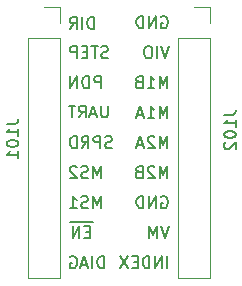
<source format=gbr>
G04 #@! TF.GenerationSoftware,KiCad,Pcbnew,(5.1.5)-3*
G04 #@! TF.CreationDate,2020-05-13T09:52:28+02:00*
G04 #@! TF.ProjectId,3D_Printer_Stepper_TMC2209,33445f50-7269-46e7-9465-725f53746570,rev?*
G04 #@! TF.SameCoordinates,Original*
G04 #@! TF.FileFunction,Legend,Bot*
G04 #@! TF.FilePolarity,Positive*
%FSLAX46Y46*%
G04 Gerber Fmt 4.6, Leading zero omitted, Abs format (unit mm)*
G04 Created by KiCad (PCBNEW (5.1.5)-3) date 2020-05-13 09:52:28*
%MOMM*%
%LPD*%
G04 APERTURE LIST*
%ADD10C,0.150000*%
%ADD11C,0.120000*%
G04 APERTURE END LIST*
D10*
X33319404Y-43632380D02*
X33319404Y-42632380D01*
X32843214Y-43632380D02*
X32843214Y-42632380D01*
X32271785Y-43632380D01*
X32271785Y-42632380D01*
X31795595Y-43632380D02*
X31795595Y-42632380D01*
X31557500Y-42632380D01*
X31414642Y-42680000D01*
X31319404Y-42775238D01*
X31271785Y-42870476D01*
X31224166Y-43060952D01*
X31224166Y-43203809D01*
X31271785Y-43394285D01*
X31319404Y-43489523D01*
X31414642Y-43584761D01*
X31557500Y-43632380D01*
X31795595Y-43632380D01*
X30795595Y-43108571D02*
X30462261Y-43108571D01*
X30319404Y-43632380D02*
X30795595Y-43632380D01*
X30795595Y-42632380D01*
X30319404Y-42632380D01*
X29986071Y-42632380D02*
X29319404Y-43632380D01*
X29319404Y-42632380D02*
X29986071Y-43632380D01*
X33462261Y-40092380D02*
X33128928Y-41092380D01*
X32795595Y-40092380D01*
X32462261Y-41092380D02*
X32462261Y-40092380D01*
X32128928Y-40806666D01*
X31795595Y-40092380D01*
X31795595Y-41092380D01*
X32795595Y-37600000D02*
X32890833Y-37552380D01*
X33033690Y-37552380D01*
X33176547Y-37600000D01*
X33271785Y-37695238D01*
X33319404Y-37790476D01*
X33367023Y-37980952D01*
X33367023Y-38123809D01*
X33319404Y-38314285D01*
X33271785Y-38409523D01*
X33176547Y-38504761D01*
X33033690Y-38552380D01*
X32938452Y-38552380D01*
X32795595Y-38504761D01*
X32747976Y-38457142D01*
X32747976Y-38123809D01*
X32938452Y-38123809D01*
X32319404Y-38552380D02*
X32319404Y-37552380D01*
X31747976Y-38552380D01*
X31747976Y-37552380D01*
X31271785Y-38552380D02*
X31271785Y-37552380D01*
X31033690Y-37552380D01*
X30890833Y-37600000D01*
X30795595Y-37695238D01*
X30747976Y-37790476D01*
X30700357Y-37980952D01*
X30700357Y-38123809D01*
X30747976Y-38314285D01*
X30795595Y-38409523D01*
X30890833Y-38504761D01*
X31033690Y-38552380D01*
X31271785Y-38552380D01*
X33319404Y-36012380D02*
X33319404Y-35012380D01*
X32986071Y-35726666D01*
X32652738Y-35012380D01*
X32652738Y-36012380D01*
X32224166Y-35107619D02*
X32176547Y-35060000D01*
X32081309Y-35012380D01*
X31843214Y-35012380D01*
X31747976Y-35060000D01*
X31700357Y-35107619D01*
X31652738Y-35202857D01*
X31652738Y-35298095D01*
X31700357Y-35440952D01*
X32271785Y-36012380D01*
X31652738Y-36012380D01*
X30890833Y-35488571D02*
X30747976Y-35536190D01*
X30700357Y-35583809D01*
X30652738Y-35679047D01*
X30652738Y-35821904D01*
X30700357Y-35917142D01*
X30747976Y-35964761D01*
X30843214Y-36012380D01*
X31224166Y-36012380D01*
X31224166Y-35012380D01*
X30890833Y-35012380D01*
X30795595Y-35060000D01*
X30747976Y-35107619D01*
X30700357Y-35202857D01*
X30700357Y-35298095D01*
X30747976Y-35393333D01*
X30795595Y-35440952D01*
X30890833Y-35488571D01*
X31224166Y-35488571D01*
X33319404Y-33472380D02*
X33319404Y-32472380D01*
X32986071Y-33186666D01*
X32652738Y-32472380D01*
X32652738Y-33472380D01*
X32224166Y-32567619D02*
X32176547Y-32520000D01*
X32081309Y-32472380D01*
X31843214Y-32472380D01*
X31747976Y-32520000D01*
X31700357Y-32567619D01*
X31652738Y-32662857D01*
X31652738Y-32758095D01*
X31700357Y-32900952D01*
X32271785Y-33472380D01*
X31652738Y-33472380D01*
X31271785Y-33186666D02*
X30795595Y-33186666D01*
X31367023Y-33472380D02*
X31033690Y-32472380D01*
X30700357Y-33472380D01*
X33319404Y-30932380D02*
X33319404Y-29932380D01*
X32986071Y-30646666D01*
X32652738Y-29932380D01*
X32652738Y-30932380D01*
X31652738Y-30932380D02*
X32224166Y-30932380D01*
X31938452Y-30932380D02*
X31938452Y-29932380D01*
X32033690Y-30075238D01*
X32128928Y-30170476D01*
X32224166Y-30218095D01*
X31271785Y-30646666D02*
X30795595Y-30646666D01*
X31367023Y-30932380D02*
X31033690Y-29932380D01*
X30700357Y-30932380D01*
X33319404Y-28392380D02*
X33319404Y-27392380D01*
X32986071Y-28106666D01*
X32652738Y-27392380D01*
X32652738Y-28392380D01*
X31652738Y-28392380D02*
X32224166Y-28392380D01*
X31938452Y-28392380D02*
X31938452Y-27392380D01*
X32033690Y-27535238D01*
X32128928Y-27630476D01*
X32224166Y-27678095D01*
X30890833Y-27868571D02*
X30747976Y-27916190D01*
X30700357Y-27963809D01*
X30652738Y-28059047D01*
X30652738Y-28201904D01*
X30700357Y-28297142D01*
X30747976Y-28344761D01*
X30843214Y-28392380D01*
X31224166Y-28392380D01*
X31224166Y-27392380D01*
X30890833Y-27392380D01*
X30795595Y-27440000D01*
X30747976Y-27487619D01*
X30700357Y-27582857D01*
X30700357Y-27678095D01*
X30747976Y-27773333D01*
X30795595Y-27820952D01*
X30890833Y-27868571D01*
X31224166Y-27868571D01*
X33462261Y-24852380D02*
X33128928Y-25852380D01*
X32795595Y-24852380D01*
X32462261Y-25852380D02*
X32462261Y-24852380D01*
X31795595Y-24852380D02*
X31605119Y-24852380D01*
X31509880Y-24900000D01*
X31414642Y-24995238D01*
X31367023Y-25185714D01*
X31367023Y-25519047D01*
X31414642Y-25709523D01*
X31509880Y-25804761D01*
X31605119Y-25852380D01*
X31795595Y-25852380D01*
X31890833Y-25804761D01*
X31986071Y-25709523D01*
X32033690Y-25519047D01*
X32033690Y-25185714D01*
X31986071Y-24995238D01*
X31890833Y-24900000D01*
X31795595Y-24852380D01*
X32795595Y-22360000D02*
X32890833Y-22312380D01*
X33033690Y-22312380D01*
X33176547Y-22360000D01*
X33271785Y-22455238D01*
X33319404Y-22550476D01*
X33367023Y-22740952D01*
X33367023Y-22883809D01*
X33319404Y-23074285D01*
X33271785Y-23169523D01*
X33176547Y-23264761D01*
X33033690Y-23312380D01*
X32938452Y-23312380D01*
X32795595Y-23264761D01*
X32747976Y-23217142D01*
X32747976Y-22883809D01*
X32938452Y-22883809D01*
X32319404Y-23312380D02*
X32319404Y-22312380D01*
X31747976Y-23312380D01*
X31747976Y-22312380D01*
X31271785Y-23312380D02*
X31271785Y-22312380D01*
X31033690Y-22312380D01*
X30890833Y-22360000D01*
X30795595Y-22455238D01*
X30747976Y-22550476D01*
X30700357Y-22740952D01*
X30700357Y-22883809D01*
X30747976Y-23074285D01*
X30795595Y-23169523D01*
X30890833Y-23264761D01*
X31033690Y-23312380D01*
X31271785Y-23312380D01*
X27957738Y-43632380D02*
X27957738Y-42632380D01*
X27719642Y-42632380D01*
X27576785Y-42680000D01*
X27481547Y-42775238D01*
X27433928Y-42870476D01*
X27386309Y-43060952D01*
X27386309Y-43203809D01*
X27433928Y-43394285D01*
X27481547Y-43489523D01*
X27576785Y-43584761D01*
X27719642Y-43632380D01*
X27957738Y-43632380D01*
X26957738Y-43632380D02*
X26957738Y-42632380D01*
X26529166Y-43346666D02*
X26052976Y-43346666D01*
X26624404Y-43632380D02*
X26291071Y-42632380D01*
X25957738Y-43632380D01*
X25100595Y-42680000D02*
X25195833Y-42632380D01*
X25338690Y-42632380D01*
X25481547Y-42680000D01*
X25576785Y-42775238D01*
X25624404Y-42870476D01*
X25672023Y-43060952D01*
X25672023Y-43203809D01*
X25624404Y-43394285D01*
X25576785Y-43489523D01*
X25481547Y-43584761D01*
X25338690Y-43632380D01*
X25243452Y-43632380D01*
X25100595Y-43584761D01*
X25052976Y-43537142D01*
X25052976Y-43203809D01*
X25243452Y-43203809D01*
X27011190Y-39725000D02*
X26106428Y-39725000D01*
X26773095Y-40568571D02*
X26439761Y-40568571D01*
X26296904Y-41092380D02*
X26773095Y-41092380D01*
X26773095Y-40092380D01*
X26296904Y-40092380D01*
X26106428Y-39725000D02*
X25058809Y-39725000D01*
X25868333Y-41092380D02*
X25868333Y-40092380D01*
X25296904Y-41092380D01*
X25296904Y-40092380D01*
X27672023Y-38552380D02*
X27672023Y-37552380D01*
X27338690Y-38266666D01*
X27005357Y-37552380D01*
X27005357Y-38552380D01*
X26576785Y-38504761D02*
X26433928Y-38552380D01*
X26195833Y-38552380D01*
X26100595Y-38504761D01*
X26052976Y-38457142D01*
X26005357Y-38361904D01*
X26005357Y-38266666D01*
X26052976Y-38171428D01*
X26100595Y-38123809D01*
X26195833Y-38076190D01*
X26386309Y-38028571D01*
X26481547Y-37980952D01*
X26529166Y-37933333D01*
X26576785Y-37838095D01*
X26576785Y-37742857D01*
X26529166Y-37647619D01*
X26481547Y-37600000D01*
X26386309Y-37552380D01*
X26148214Y-37552380D01*
X26005357Y-37600000D01*
X25052976Y-38552380D02*
X25624404Y-38552380D01*
X25338690Y-38552380D02*
X25338690Y-37552380D01*
X25433928Y-37695238D01*
X25529166Y-37790476D01*
X25624404Y-37838095D01*
X27672023Y-36012380D02*
X27672023Y-35012380D01*
X27338690Y-35726666D01*
X27005357Y-35012380D01*
X27005357Y-36012380D01*
X26576785Y-35964761D02*
X26433928Y-36012380D01*
X26195833Y-36012380D01*
X26100595Y-35964761D01*
X26052976Y-35917142D01*
X26005357Y-35821904D01*
X26005357Y-35726666D01*
X26052976Y-35631428D01*
X26100595Y-35583809D01*
X26195833Y-35536190D01*
X26386309Y-35488571D01*
X26481547Y-35440952D01*
X26529166Y-35393333D01*
X26576785Y-35298095D01*
X26576785Y-35202857D01*
X26529166Y-35107619D01*
X26481547Y-35060000D01*
X26386309Y-35012380D01*
X26148214Y-35012380D01*
X26005357Y-35060000D01*
X25624404Y-35107619D02*
X25576785Y-35060000D01*
X25481547Y-35012380D01*
X25243452Y-35012380D01*
X25148214Y-35060000D01*
X25100595Y-35107619D01*
X25052976Y-35202857D01*
X25052976Y-35298095D01*
X25100595Y-35440952D01*
X25672023Y-36012380D01*
X25052976Y-36012380D01*
X28624404Y-33424761D02*
X28481547Y-33472380D01*
X28243452Y-33472380D01*
X28148214Y-33424761D01*
X28100595Y-33377142D01*
X28052976Y-33281904D01*
X28052976Y-33186666D01*
X28100595Y-33091428D01*
X28148214Y-33043809D01*
X28243452Y-32996190D01*
X28433928Y-32948571D01*
X28529166Y-32900952D01*
X28576785Y-32853333D01*
X28624404Y-32758095D01*
X28624404Y-32662857D01*
X28576785Y-32567619D01*
X28529166Y-32520000D01*
X28433928Y-32472380D01*
X28195833Y-32472380D01*
X28052976Y-32520000D01*
X27624404Y-33472380D02*
X27624404Y-32472380D01*
X27243452Y-32472380D01*
X27148214Y-32520000D01*
X27100595Y-32567619D01*
X27052976Y-32662857D01*
X27052976Y-32805714D01*
X27100595Y-32900952D01*
X27148214Y-32948571D01*
X27243452Y-32996190D01*
X27624404Y-32996190D01*
X26052976Y-33472380D02*
X26386309Y-32996190D01*
X26624404Y-33472380D02*
X26624404Y-32472380D01*
X26243452Y-32472380D01*
X26148214Y-32520000D01*
X26100595Y-32567619D01*
X26052976Y-32662857D01*
X26052976Y-32805714D01*
X26100595Y-32900952D01*
X26148214Y-32948571D01*
X26243452Y-32996190D01*
X26624404Y-32996190D01*
X25624404Y-33472380D02*
X25624404Y-32472380D01*
X25386309Y-32472380D01*
X25243452Y-32520000D01*
X25148214Y-32615238D01*
X25100595Y-32710476D01*
X25052976Y-32900952D01*
X25052976Y-33043809D01*
X25100595Y-33234285D01*
X25148214Y-33329523D01*
X25243452Y-33424761D01*
X25386309Y-33472380D01*
X25624404Y-33472380D01*
X28291071Y-29868880D02*
X28291071Y-30678404D01*
X28243452Y-30773642D01*
X28195833Y-30821261D01*
X28100595Y-30868880D01*
X27910119Y-30868880D01*
X27814880Y-30821261D01*
X27767261Y-30773642D01*
X27719642Y-30678404D01*
X27719642Y-29868880D01*
X27291071Y-30583166D02*
X26814880Y-30583166D01*
X27386309Y-30868880D02*
X27052976Y-29868880D01*
X26719642Y-30868880D01*
X25814880Y-30868880D02*
X26148214Y-30392690D01*
X26386309Y-30868880D02*
X26386309Y-29868880D01*
X26005357Y-29868880D01*
X25910119Y-29916500D01*
X25862500Y-29964119D01*
X25814880Y-30059357D01*
X25814880Y-30202214D01*
X25862500Y-30297452D01*
X25910119Y-30345071D01*
X26005357Y-30392690D01*
X26386309Y-30392690D01*
X25529166Y-29868880D02*
X24957738Y-29868880D01*
X25243452Y-30868880D02*
X25243452Y-29868880D01*
X27672023Y-28392380D02*
X27672023Y-27392380D01*
X27291071Y-27392380D01*
X27195833Y-27440000D01*
X27148214Y-27487619D01*
X27100595Y-27582857D01*
X27100595Y-27725714D01*
X27148214Y-27820952D01*
X27195833Y-27868571D01*
X27291071Y-27916190D01*
X27672023Y-27916190D01*
X26672023Y-28392380D02*
X26672023Y-27392380D01*
X26433928Y-27392380D01*
X26291071Y-27440000D01*
X26195833Y-27535238D01*
X26148214Y-27630476D01*
X26100595Y-27820952D01*
X26100595Y-27963809D01*
X26148214Y-28154285D01*
X26195833Y-28249523D01*
X26291071Y-28344761D01*
X26433928Y-28392380D01*
X26672023Y-28392380D01*
X25672023Y-28392380D02*
X25672023Y-27392380D01*
X25100595Y-28392380D01*
X25100595Y-27392380D01*
X28291071Y-25804761D02*
X28148214Y-25852380D01*
X27910119Y-25852380D01*
X27814880Y-25804761D01*
X27767261Y-25757142D01*
X27719642Y-25661904D01*
X27719642Y-25566666D01*
X27767261Y-25471428D01*
X27814880Y-25423809D01*
X27910119Y-25376190D01*
X28100595Y-25328571D01*
X28195833Y-25280952D01*
X28243452Y-25233333D01*
X28291071Y-25138095D01*
X28291071Y-25042857D01*
X28243452Y-24947619D01*
X28195833Y-24900000D01*
X28100595Y-24852380D01*
X27862500Y-24852380D01*
X27719642Y-24900000D01*
X27433928Y-24852380D02*
X26862500Y-24852380D01*
X27148214Y-25852380D02*
X27148214Y-24852380D01*
X26529166Y-25328571D02*
X26195833Y-25328571D01*
X26052976Y-25852380D02*
X26529166Y-25852380D01*
X26529166Y-24852380D01*
X26052976Y-24852380D01*
X25624404Y-25852380D02*
X25624404Y-24852380D01*
X25243452Y-24852380D01*
X25148214Y-24900000D01*
X25100595Y-24947619D01*
X25052976Y-25042857D01*
X25052976Y-25185714D01*
X25100595Y-25280952D01*
X25148214Y-25328571D01*
X25243452Y-25376190D01*
X25624404Y-25376190D01*
X27100595Y-23375880D02*
X27100595Y-22375880D01*
X26862500Y-22375880D01*
X26719642Y-22423500D01*
X26624404Y-22518738D01*
X26576785Y-22613976D01*
X26529166Y-22804452D01*
X26529166Y-22947309D01*
X26576785Y-23137785D01*
X26624404Y-23233023D01*
X26719642Y-23328261D01*
X26862500Y-23375880D01*
X27100595Y-23375880D01*
X26100595Y-23375880D02*
X26100595Y-22375880D01*
X25052976Y-23375880D02*
X25386309Y-22899690D01*
X25624404Y-23375880D02*
X25624404Y-22375880D01*
X25243452Y-22375880D01*
X25148214Y-22423500D01*
X25100595Y-22471119D01*
X25052976Y-22566357D01*
X25052976Y-22709214D01*
X25100595Y-22804452D01*
X25148214Y-22852071D01*
X25243452Y-22899690D01*
X25624404Y-22899690D01*
D11*
X24190000Y-21530000D02*
X22860000Y-21530000D01*
X24190000Y-22860000D02*
X24190000Y-21530000D01*
X24190000Y-24130000D02*
X21530000Y-24130000D01*
X21530000Y-24130000D02*
X21530000Y-44510000D01*
X24190000Y-24130000D02*
X24190000Y-44510000D01*
X24190000Y-44510000D02*
X21530000Y-44510000D01*
X36890000Y-44510000D02*
X34230000Y-44510000D01*
X36890000Y-24130000D02*
X36890000Y-44510000D01*
X34230000Y-24130000D02*
X34230000Y-44510000D01*
X36890000Y-24130000D02*
X34230000Y-24130000D01*
X36890000Y-22860000D02*
X36890000Y-21530000D01*
X36890000Y-21530000D02*
X35560000Y-21530000D01*
D10*
X19708880Y-31416785D02*
X20423166Y-31416785D01*
X20566023Y-31369166D01*
X20661261Y-31273928D01*
X20708880Y-31131071D01*
X20708880Y-31035833D01*
X20708880Y-32416785D02*
X20708880Y-31845357D01*
X20708880Y-32131071D02*
X19708880Y-32131071D01*
X19851738Y-32035833D01*
X19946976Y-31940595D01*
X19994595Y-31845357D01*
X19708880Y-33035833D02*
X19708880Y-33131071D01*
X19756500Y-33226309D01*
X19804119Y-33273928D01*
X19899357Y-33321547D01*
X20089833Y-33369166D01*
X20327928Y-33369166D01*
X20518404Y-33321547D01*
X20613642Y-33273928D01*
X20661261Y-33226309D01*
X20708880Y-33131071D01*
X20708880Y-33035833D01*
X20661261Y-32940595D01*
X20613642Y-32892976D01*
X20518404Y-32845357D01*
X20327928Y-32797738D01*
X20089833Y-32797738D01*
X19899357Y-32845357D01*
X19804119Y-32892976D01*
X19756500Y-32940595D01*
X19708880Y-33035833D01*
X20708880Y-34321547D02*
X20708880Y-33750119D01*
X20708880Y-34035833D02*
X19708880Y-34035833D01*
X19851738Y-33940595D01*
X19946976Y-33845357D01*
X19994595Y-33750119D01*
X38123880Y-30654785D02*
X38838166Y-30654785D01*
X38981023Y-30607166D01*
X39076261Y-30511928D01*
X39123880Y-30369071D01*
X39123880Y-30273833D01*
X39123880Y-31654785D02*
X39123880Y-31083357D01*
X39123880Y-31369071D02*
X38123880Y-31369071D01*
X38266738Y-31273833D01*
X38361976Y-31178595D01*
X38409595Y-31083357D01*
X38123880Y-32273833D02*
X38123880Y-32369071D01*
X38171500Y-32464309D01*
X38219119Y-32511928D01*
X38314357Y-32559547D01*
X38504833Y-32607166D01*
X38742928Y-32607166D01*
X38933404Y-32559547D01*
X39028642Y-32511928D01*
X39076261Y-32464309D01*
X39123880Y-32369071D01*
X39123880Y-32273833D01*
X39076261Y-32178595D01*
X39028642Y-32130976D01*
X38933404Y-32083357D01*
X38742928Y-32035738D01*
X38504833Y-32035738D01*
X38314357Y-32083357D01*
X38219119Y-32130976D01*
X38171500Y-32178595D01*
X38123880Y-32273833D01*
X38219119Y-32988119D02*
X38171500Y-33035738D01*
X38123880Y-33130976D01*
X38123880Y-33369071D01*
X38171500Y-33464309D01*
X38219119Y-33511928D01*
X38314357Y-33559547D01*
X38409595Y-33559547D01*
X38552452Y-33511928D01*
X39123880Y-32940500D01*
X39123880Y-33559547D01*
M02*

</source>
